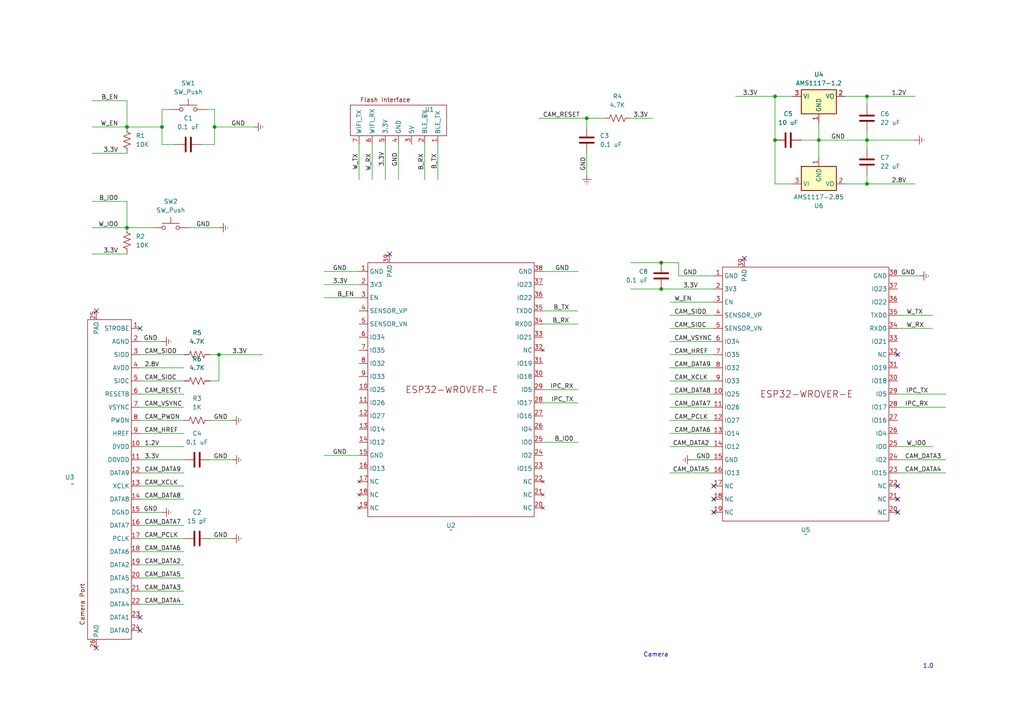
<source format=kicad_sch>
(kicad_sch (version 20231120) (generator "eeschema") (generator_version "8.0")
  (paper "A4")
  (lib_symbols
    (symbol "Camera_Components:Camera_Interface"
      (property "Reference" "U" (at 0 0 0))
      (symbol "Camera_Interface_0_1"
        (rectangle (start 5.08 97.79) (end 17.78 5.08))
      )
      (symbol "Camera_Interface_1_1"
        (text "Camera Port" (at 3.556 15.24 900) (effects (font (size 1.27 1.27))))
        (pin bidirectional line (at 20.32 95.25 180) (length 2.54) (name "STROBE") (number "1"))
        (pin bidirectional line (at 20.32 60.96 180) (length 2.54) (name "DVDD") (number "10"))
        (pin bidirectional line (at 20.32 57.15 180) (length 2.54) (name "DOVDD") (number "11"))
        (pin bidirectional line (at 20.32 53.34 180) (length 2.54) (name "DATA9") (number "12"))
        (pin bidirectional line (at 20.32 49.53 180) (length 2.54) (name "XCLK") (number "13"))
        (pin bidirectional line (at 20.32 45.72 180) (length 2.54) (name "DATA8") (number "14"))
        (pin bidirectional line (at 20.32 41.91 180) (length 2.54) (name "DGND") (number "15"))
        (pin bidirectional line (at 20.32 38.1 180) (length 2.54) (name "DATA7") (number "16"))
        (pin bidirectional line (at 20.32 34.29 180) (length 2.54) (name "PCLK") (number "17"))
        (pin bidirectional line (at 20.32 30.48 180) (length 2.54) (name "DATA6") (number "18"))
        (pin bidirectional line (at 20.32 26.67 180) (length 2.54) (name "DATA2") (number "19"))
        (pin bidirectional line (at 20.32 91.44 180) (length 2.54) (name "AGND") (number "2"))
        (pin bidirectional line (at 20.32 22.86 180) (length 2.54) (name "DATA5") (number "20"))
        (pin bidirectional line (at 20.32 19.05 180) (length 2.54) (name "DATA3") (number "21"))
        (pin bidirectional line (at 20.32 15.24 180) (length 2.54) (name "DATA4") (number "22"))
        (pin bidirectional line (at 20.32 11.43 180) (length 2.54) (name "DATA1") (number "23"))
        (pin bidirectional line (at 20.32 7.62 180) (length 2.54) (name "DATA0") (number "24"))
        (pin bidirectional line (at 7.62 100.33 270) (length 2.54) (name "PAD") (number "25"))
        (pin bidirectional line (at 7.62 2.54 90) (length 2.54) (name "PAD") (number "26"))
        (pin bidirectional line (at 20.32 87.63 180) (length 2.54) (name "SIOD") (number "3"))
        (pin bidirectional line (at 20.32 83.82 180) (length 2.54) (name "AVDD") (number "4"))
        (pin bidirectional line (at 20.32 80.01 180) (length 2.54) (name "SIOC") (number "5"))
        (pin bidirectional line (at 20.32 76.2 180) (length 2.54) (name "RESETB") (number "6"))
        (pin bidirectional line (at 20.32 72.39 180) (length 2.54) (name "VSYNC") (number "7"))
        (pin bidirectional line (at 20.32 68.58 180) (length 2.54) (name "PWDN") (number "8"))
        (pin bidirectional line (at 20.32 64.77 180) (length 2.54) (name "HREF") (number "9"))
      )
    )
    (symbol "Camera_Components:Flash_Interface"
      (property "Reference" "U" (at 0 0 0))
      (symbol "Flash_Interface_0_1"
        (rectangle (start 5.08 33.02) (end 13.97 5.08))
      )
      (symbol "Flash_Interface_1_1"
        (text "Flash Interface" (at 3.556 15.24 900) (effects (font (size 1.27 1.27))))
        (pin input line (at 16.51 30.48 180) (length 2.54) (name "BLE_TX") (number "1"))
        (pin input line (at 16.51 26.67 180) (length 2.54) (name "BLE_RX") (number "2"))
        (pin power_in line (at 16.51 22.86 180) (length 2.54) (name "5V") (number "3"))
        (pin input line (at 16.51 19.05 180) (length 2.54) (name "GND") (number "4"))
        (pin power_in line (at 16.51 15.24 180) (length 2.54) (name "3.3V") (number "5"))
        (pin input line (at 16.51 11.43 180) (length 2.54) (name "WIFI_RX") (number "6"))
        (pin input line (at 16.51 7.62 180) (length 2.54) (name "WIFI_TX") (number "7"))
      )
    )
    (symbol "Camera_Components:esp32-wrover-e"
      (property "Reference" "U" (at 0 0 0))
      (symbol "esp32-wrover-e_0_1"
        (rectangle (start 17.78 81.28) (end 66.04 7.62))
      )
      (symbol "esp32-wrover-e_1_1"
        (text "ESP32-WROVER-E" (at 42.164 44.45 0) (effects (font (size 1.905 1.905))))
        (pin input line (at 15.24 78.74 0) (length 2.54) (name "GND") (number "1"))
        (pin bidirectional line (at 15.24 44.45 0) (length 2.54) (name "IO25") (number "10"))
        (pin bidirectional line (at 15.24 40.64 0) (length 2.54) (name "IO26") (number "11"))
        (pin bidirectional line (at 15.24 36.83 0) (length 2.54) (name "IO27") (number "12"))
        (pin bidirectional line (at 15.24 33.02 0) (length 2.54) (name "IO14") (number "13"))
        (pin bidirectional line (at 15.24 29.21 0) (length 2.54) (name "IO12") (number "14"))
        (pin input line (at 15.24 25.4 0) (length 2.54) (name "GND") (number "15"))
        (pin bidirectional line (at 15.24 21.59 0) (length 2.54) (name "IO13") (number "16"))
        (pin no_connect line (at 15.24 17.78 0) (length 2.54) (name "NC") (number "17"))
        (pin no_connect line (at 15.24 13.97 0) (length 2.54) (name "NC") (number "18"))
        (pin no_connect line (at 15.24 10.16 0) (length 2.54) (name "NC") (number "19"))
        (pin power_in line (at 15.24 74.93 0) (length 2.54) (name "3V3") (number "2"))
        (pin no_connect line (at 68.58 10.16 180) (length 2.54) (name "NC") (number "20"))
        (pin no_connect line (at 68.58 13.97 180) (length 2.54) (name "NC") (number "21"))
        (pin no_connect line (at 68.58 17.78 180) (length 2.54) (name "NC") (number "22"))
        (pin bidirectional line (at 68.58 21.59 180) (length 2.54) (name "IO15") (number "23"))
        (pin bidirectional line (at 68.58 25.4 180) (length 2.54) (name "IO2") (number "24"))
        (pin bidirectional line (at 68.58 29.21 180) (length 2.54) (name "IO0") (number "25"))
        (pin bidirectional line (at 68.58 33.02 180) (length 2.54) (name "IO4") (number "26"))
        (pin bidirectional line (at 68.58 36.83 180) (length 2.54) (name "IO16") (number "27"))
        (pin bidirectional line (at 68.58 40.64 180) (length 2.54) (name "IO17") (number "28"))
        (pin bidirectional line (at 68.58 44.45 180) (length 2.54) (name "IO5") (number "29"))
        (pin input line (at 15.24 71.12 0) (length 2.54) (name "EN") (number "3"))
        (pin bidirectional line (at 68.58 48.26 180) (length 2.54) (name "IO18") (number "30"))
        (pin bidirectional line (at 68.58 52.07 180) (length 2.54) (name "IO19") (number "31"))
        (pin no_connect line (at 68.58 55.88 180) (length 2.54) (name "NC") (number "32"))
        (pin bidirectional line (at 68.58 59.69 180) (length 2.54) (name "IO21") (number "33"))
        (pin input line (at 68.58 63.5 180) (length 2.54) (name "RXD0") (number "34"))
        (pin output line (at 68.58 67.31 180) (length 2.54) (name "TXD0") (number "35"))
        (pin bidirectional line (at 68.58 71.12 180) (length 2.54) (name "IO22") (number "36"))
        (pin bidirectional line (at 68.58 74.93 180) (length 2.54) (name "IO23") (number "37"))
        (pin input line (at 68.58 78.74 180) (length 2.54) (name "GND") (number "38"))
        (pin bidirectional line (at 24.13 83.82 270) (length 2.54) (name "PAD") (number "39"))
        (pin input line (at 15.24 67.31 0) (length 2.54) (name "SENSOR_VP") (number "4"))
        (pin input line (at 15.24 63.5 0) (length 2.54) (name "SENSOR_VN") (number "5"))
        (pin bidirectional line (at 15.24 59.69 0) (length 2.54) (name "IO34") (number "6"))
        (pin bidirectional line (at 15.24 55.88 0) (length 2.54) (name "IO35") (number "7"))
        (pin bidirectional line (at 15.24 52.07 0) (length 2.54) (name "IO32") (number "8"))
        (pin bidirectional line (at 15.24 48.26 0) (length 2.54) (name "IO33") (number "9"))
      )
    )
    (symbol "Device:C" (pin_numbers hide) (pin_names (offset 0.254))
      (property "Reference" "C" (at 0.635 2.54 0))
      (property "Value" "C" (at 0.635 -2.54 0))
      (symbol "C_0_1"
        (polyline (pts (xy -2.032 -0.762) (xy 2.032 -0.762)) (stroke (width 0.508)))
        (polyline (pts (xy -2.032 0.762) (xy 2.032 0.762)) (stroke (width 0.508)))
      )
      (symbol "C_1_1"
        (pin passive line (at 0 3.81 270) (length 2.794) (name "~") (number "1"))
        (pin passive line (at 0 -3.81 90) (length 2.794) (name "~") (number "2"))
      )
    )
    (symbol "Device:R_US" (pin_numbers hide) (pin_names (offset 0))
      (property "Reference" "R" (at 2.54 0 90))
      (property "Value" "R_US" (at -2.54 0 90))
      (symbol "R_US_0_1"
        (polyline (pts (xy 0 -2.286) (xy 0 -2.54)))
        (polyline (pts (xy 0 2.286) (xy 0 2.54)))
        (polyline (pts (xy 0 -0.762) (xy 1.016 -1.143) (xy 0 -1.524) (xy -1.016 -1.905) (xy 0 -2.286)))
        (polyline (pts (xy 0 0.762) (xy 1.016 0.381) (xy 0 0) (xy -1.016 -0.381) (xy 0 -0.762)))
        (polyline (pts (xy 0 2.286) (xy 1.016 1.905) (xy 0 1.524) (xy -1.016 1.143) (xy 0 0.762)))
      )
      (symbol "R_US_1_1"
        (pin passive line (at 0 3.81 270) (length 1.27) (name "~") (number "1"))
        (pin passive line (at 0 -3.81 90) (length 1.27) (name "~") (number "2"))
      )
    )
    (symbol "Regulator_Linear:AMS1117-1.5"
      (property "Reference" "U" (at -3.81 3.175 0))
      (property "Value" "AMS1117-1.5" (at 0 3.175 0))
      (symbol "AMS1117-1.5_0_1"
        (rectangle (start -5.08 -5.08) (end 5.08 1.905) (stroke (width 0.254)) (fill (type background)))
      )
      (symbol "AMS1117-1.5_1_1"
        (pin power_in line (at 0 -7.62 90) (length 2.54) (name "GND") (number "1"))
        (pin power_out line (at 7.62 0 180) (length 2.54) (name "VO") (number "2"))
        (pin power_in line (at -7.62 0 0) (length 2.54) (name "VI") (number "3"))
      )
    )
    (symbol "Regulator_Linear:AMS1117-2.85"
      (property "Reference" "U" (at -3.81 3.175 0))
      (property "Value" "AMS1117-2.85" (at 0 3.175 0))
      (symbol "AMS1117-2.85_0_1"
        (rectangle (start -5.08 -5.08) (end 5.08 1.905) (stroke (width 0.254)) (fill (type background)))
      )
      (symbol "AMS1117-2.85_1_1"
        (pin power_in line (at 0 -7.62 90) (length 2.54) (name "GND") (number "1"))
        (pin power_out line (at 7.62 0 180) (length 2.54) (name "VO") (number "2"))
        (pin power_in line (at -7.62 0 0) (length 2.54) (name "VI") (number "3"))
      )
    )
    (symbol "Switch:SW_Push" (pin_numbers hide) (pin_names (offset 1.016) hide)
      (property "Reference" "SW" (at 1.27 2.54 0))
      (property "Value" "SW_Push" (at 0 -1.524 0))
      (symbol "SW_Push_0_1"
        (circle (center -2.032 0) (radius 0.508))
        (polyline (pts (xy 0 1.27) (xy 0 3.048)))
        (polyline (pts (xy 2.54 1.27) (xy -2.54 1.27)))
        (circle (center 2.032 0) (radius 0.508))
        (pin passive line (at -5.08 0 0) (length 2.54) (name "1") (number "1"))
        (pin passive line (at 5.08 0 180) (length 2.54) (name "2") (number "2"))
      )
    )
    (symbol "power:GNDREF" (power) (pin_numbers hide) (pin_names (offset 0) hide)
      (property "Value" "GNDREF" (at 0 -3.81 0))
      (symbol "GNDREF_0_1"
        (polyline (pts (xy -0.635 -1.905) (xy 0.635 -1.905)))
        (polyline (pts (xy -0.127 -2.54) (xy 0.127 -2.54)))
        (polyline (pts (xy 0 -1.27) (xy 0 0)))
        (polyline (pts (xy 1.27 -1.27) (xy -1.27 -1.27)))
      )
      (symbol "GNDREF_1_1"
        (pin power_in line (at 0 0 270) (length 0) (name "~") (number "1"))
      )
    )
  )
  (junction (at 191.77 83.82))
  (junction (at 36.83 36.83))
  (junction (at 191.77 76.2))
  (junction (at 251.46 27.94))
  (junction (at 46.99 36.83))
  (junction (at 237.49 40.64))
  (junction (at 224.79 40.64))
  (junction (at 224.79 27.94))
  (junction (at 36.83 66.04))
  (junction (at 170.18 34.29))
  (junction (at 251.46 53.34))
  (junction (at 63.5 102.87))
  (junction (at 251.46 40.64))
  (junction (at 62.23 36.83))
  (no_connect (at 27.94 187.96))
  (no_connect (at 113.03 73.66))
  (no_connect (at 260.35 102.87))
  (no_connect (at 207.01 144.78))
  (no_connect (at 215.9 74.93))
  (no_connect (at 40.64 182.88))
  (no_connect (at 40.64 95.25))
  (no_connect (at 207.01 148.59))
  (no_connect (at 260.35 144.78))
  (no_connect (at 27.94 90.17))
  (no_connect (at 260.35 148.59))
  (no_connect (at 207.01 140.97))
  (no_connect (at 260.35 140.97))
  (no_connect (at 40.64 179.07))
  (wire (pts (xy 26.67 66.04) (xy 36.83 66.04)))
  (wire (pts (xy 40.64 102.87) (xy 53.34 102.87)))
  (wire (pts (xy 224.79 27.94) (xy 229.87 27.94)))
  (wire (pts (xy 93.98 82.55) (xy 104.14 82.55)))
  (wire (pts (xy 251.46 38.1) (xy 251.46 40.64)))
  (wire (pts (xy 170.18 50.8) (xy 170.18 44.45)))
  (wire (pts (xy 191.77 83.82) (xy 207.01 83.82)))
  (wire (pts (xy 60.96 110.49) (xy 63.5 110.49)))
  (wire (pts (xy 46.99 36.83) (xy 46.99 41.91)))
  (wire (pts (xy 200.66 133.35) (xy 207.01 133.35)))
  (wire (pts (xy 157.48 128.27) (xy 167.64 128.27)))
  (wire (pts (xy 50.8 41.91) (xy 46.99 41.91)))
  (wire (pts (xy 260.35 91.44) (xy 270.51 91.44)))
  (wire (pts (xy 46.99 99.06) (xy 40.64 99.06)))
  (wire (pts (xy 53.34 121.92) (xy 40.64 121.92)))
  (wire (pts (xy 40.64 114.3) (xy 53.34 114.3)))
  (wire (pts (xy 260.35 133.35) (xy 274.32 133.35)))
  (wire (pts (xy 194.3268 125.73) (xy 207.01 125.73)))
  (wire (pts (xy 62.23 41.91) (xy 62.23 36.83)))
  (wire (pts (xy 189.23 34.29) (xy 182.88 34.29)))
  (wire (pts (xy 194.31 87.63) (xy 207.01 87.63)))
  (wire (pts (xy 40.64 140.97) (xy 53.34 140.97)))
  (wire (pts (xy 251.46 27.94) (xy 265.43 27.94)))
  (wire (pts (xy 40.64 171.45) (xy 53.34 171.45)))
  (wire (pts (xy 207.01 137.16) (xy 194.31 137.16)))
  (wire (pts (xy 260.35 114.3) (xy 274.32 114.3)))
  (wire (pts (xy 196.85 80.01) (xy 207.01 80.01)))
  (wire (pts (xy 40.64 163.83) (xy 53.34 163.83)))
  (wire (pts (xy 58.42 41.91) (xy 62.23 41.91)))
  (wire (pts (xy 260.35 95.25) (xy 270.51 95.25)))
  (wire (pts (xy 26.67 36.83) (xy 36.83 36.83)))
  (wire (pts (xy 111.76 41.91) (xy 111.76 52.07)))
  (wire (pts (xy 54.61 66.04) (xy 63.5 66.04)))
  (wire (pts (xy 104.14 41.91) (xy 104.14 52.07)))
  (wire (pts (xy 194.31 110.49) (xy 207.01 110.49)))
  (wire (pts (xy 157.48 90.17) (xy 167.64 90.17)))
  (wire (pts (xy 63.5 102.87) (xy 76.2 102.87)))
  (wire (pts (xy 60.96 102.87) (xy 63.5 102.87)))
  (wire (pts (xy 194.31 102.87) (xy 207.01 102.87)))
  (wire (pts (xy 207.01 129.54) (xy 194.31 129.54)))
  (wire (pts (xy 40.64 144.78) (xy 53.34 144.78)))
  (wire (pts (xy 260.35 129.54) (xy 270.51 129.54)))
  (wire (pts (xy 36.83 58.42) (xy 36.83 66.04)))
  (wire (pts (xy 59.69 31.75) (xy 62.23 31.75)))
  (wire (pts (xy 40.64 148.59) (xy 46.99 148.59)))
  (wire (pts (xy 67.31 156.21) (xy 60.96 156.21)))
  (wire (pts (xy 156.21 34.29) (xy 170.18 34.29)))
  (wire (pts (xy 40.64 133.35) (xy 53.34 133.35)))
  (wire (pts (xy 36.83 36.83) (xy 46.99 36.83)))
  (wire (pts (xy 62.23 31.75) (xy 62.23 36.83)))
  (wire (pts (xy 36.83 66.04) (xy 44.45 66.04)))
  (wire (pts (xy 237.49 40.64) (xy 251.46 40.64)))
  (wire (pts (xy 194.31 114.3) (xy 207.01 114.3)))
  (wire (pts (xy 93.98 78.74) (xy 104.14 78.74)))
  (wire (pts (xy 36.83 29.21) (xy 36.83 36.83)))
  (wire (pts (xy 191.77 76.2) (xy 196.85 76.2)))
  (wire (pts (xy 194.31 118.11) (xy 207.01 118.11)))
  (wire (pts (xy 182.88 83.82) (xy 191.77 83.82)))
  (wire (pts (xy 26.67 58.42) (xy 36.83 58.42)))
  (wire (pts (xy 170.18 34.29) (xy 175.26 34.29)))
  (wire (pts (xy 194.31 106.68) (xy 207.01 106.68)))
  (wire (pts (xy 194.31 99.06) (xy 207.01 99.06)))
  (wire (pts (xy 67.31 133.35) (xy 60.96 133.35)))
  (wire (pts (xy 40.64 152.4) (xy 53.34 152.4)))
  (wire (pts (xy 224.79 40.64) (xy 224.79 53.34)))
  (wire (pts (xy 46.99 31.75) (xy 46.99 36.83)))
  (wire (pts (xy 67.31 121.92) (xy 60.96 121.92)))
  (wire (pts (xy 40.64 110.49) (xy 53.34 110.49)))
  (wire (pts (xy 40.64 137.16) (xy 53.34 137.16)))
  (wire (pts (xy 266.7 80.01) (xy 260.35 80.01)))
  (wire (pts (xy 26.67 44.45) (xy 36.83 44.45)))
  (wire (pts (xy 224.79 27.94) (xy 224.79 40.64)))
  (wire (pts (xy 63.5 110.49) (xy 63.5 102.87)))
  (wire (pts (xy 40.64 156.21) (xy 53.34 156.21)))
  (wire (pts (xy 157.48 78.74) (xy 167.64 78.74)))
  (wire (pts (xy 127 41.91) (xy 127 52.07)))
  (wire (pts (xy 237.49 35.56) (xy 237.49 40.64)))
  (wire (pts (xy 62.23 36.83) (xy 73.66 36.83)))
  (wire (pts (xy 26.67 73.66) (xy 36.83 73.66)))
  (wire (pts (xy 260.35 118.11) (xy 274.32 118.11)))
  (wire (pts (xy 251.46 40.64) (xy 265.43 40.64)))
  (wire (pts (xy 251.46 27.94) (xy 251.46 30.48)))
  (wire (pts (xy 157.48 93.98) (xy 167.64 93.98)))
  (wire (pts (xy 40.64 175.26) (xy 53.34 175.26)))
  (wire (pts (xy 107.95 41.91) (xy 107.95 52.07)))
  (wire (pts (xy 194.31 91.44) (xy 207.01 91.44)))
  (wire (pts (xy 251.46 53.34) (xy 265.43 53.34)))
  (wire (pts (xy 251.46 50.8) (xy 251.46 53.34)))
  (wire (pts (xy 93.98 132.08) (xy 104.14 132.08)))
  (wire (pts (xy 245.11 53.34) (xy 251.46 53.34)))
  (wire (pts (xy 170.18 34.29) (xy 170.18 36.83)))
  (wire (pts (xy 182.88 76.2) (xy 191.77 76.2)))
  (wire (pts (xy 40.64 118.11) (xy 53.34 118.11)))
  (wire (pts (xy 40.64 106.68) (xy 53.34 106.68)))
  (wire (pts (xy 237.49 40.64) (xy 237.49 45.72)))
  (wire (pts (xy 40.64 129.54) (xy 53.34 129.54)))
  (wire (pts (xy 26.67 29.21) (xy 36.83 29.21)))
  (wire (pts (xy 213.36 27.94) (xy 224.79 27.94)))
  (wire (pts (xy 157.48 113.03) (xy 167.64 113.03)))
  (wire (pts (xy 232.41 40.64) (xy 237.49 40.64)))
  (wire (pts (xy 245.11 27.94) (xy 251.46 27.94)))
  (wire (pts (xy 40.64 160.02) (xy 53.34 160.02)))
  (wire (pts (xy 93.98 86.36) (xy 104.14 86.36)))
  (wire (pts (xy 115.57 41.91) (xy 115.57 52.07)))
  (wire (pts (xy 260.35 137.16) (xy 274.32 137.16)))
  (wire (pts (xy 40.64 167.64) (xy 53.34 167.64)))
  (wire (pts (xy 251.46 40.64) (xy 251.46 43.18)))
  (wire (pts (xy 194.31 95.25) (xy 207.01 95.25)))
  (wire (pts (xy 167.64 116.84) (xy 157.48 116.84)))
  (wire (pts (xy 196.85 80.01) (xy 196.85 76.2)))
  (wire (pts (xy 40.64 125.73) (xy 53.34 125.73)))
  (wire (pts (xy 194.31 121.92) (xy 207.01 121.92)))
  (wire (pts (xy 224.79 53.34) (xy 229.87 53.34)))
  (wire (pts (xy 46.99 31.75) (xy 49.53 31.75)))
  (wire (pts (xy 123.19 41.91) (xy 123.19 52.07)))
  (text "Camera" (at 190.246 189.992 0) (effects (font (size 1.27 1.27))))
  (text "1.0" (at 269.24 193.294 0) (effects (font (size 1.27 1.27))))
  (label "W_EN" (at 200.66 87.63 180))
  (label "1.2V" (at 262.89 27.94 180))
  (label "3.3V" (at 219.71 27.94 180))
  (label "CAM_PCLK" (at 41.8932 156.21 0))
  (label "IPC_RX" (at 166.37 113.03 180))
  (label "3.3V" (at 34.29 73.66 180))
  (label "W_RX" (at 262.89 95.25 0))
  (label "B_EN" (at 34.29 29.21 180))
  (label "CAM_DATA8" (at 41.91 144.78 0))
  (label "GND" (at 198.12 80.01 0))
  (label "CAM_DATA7" (at 41.91 152.4 0))
  (label "CAM_DATA9" (at 195.58 106.68 0))
  (label "CAM_DATA3" (at 41.91 171.45 0))
  (label "IPC_RX" (at 269.24 118.11 180))
  (label "CAM_DATA4" (at 273.05 137.16 180))
  (label "CAM_RESET" (at 41.8932 114.3 0))
  (label "CAM_DATA2" (at 205.74 129.54 180))
  (label "W_IO0" (at 262.89 129.54 0))
  (label "CAM_DATA4" (at 41.91 175.26 0))
  (label "GND" (at 265.43 80.01 180))
  (label "CAM_XCLK" (at 195.5632 110.49 0))
  (label "B_TX" (at 127 44.45 270))
  (label "CAM_DATA7" (at 195.58 118.11 0))
  (label "CAM_DATA5" (at 41.91 167.64 0))
  (label "CAM_PCLK" (at 195.5632 121.92 0))
  (label "W_EN" (at 34.29 36.83 180))
  (label "B_TX" (at 165.1 90.17 180))
  (label "GND" (at 115.57 48.26 90))
  (label "CAM_SIOC" (at 195.5632 95.25 0))
  (label "IPC_TX" (at 166.37 116.84 180))
  (label "GND" (at 66.04 121.92 180))
  (label "CAM_DATA6" (at 195.58 125.73 0))
  (label "GND" (at 96.52 132.08 0))
  (label "CAM_RESET" (at 157.4632 34.29 0))
  (label "2.8V" (at 41.91 106.68 0))
  (label "B_IO0" (at 166.37 128.27 180))
  (label "GND" (at 170.18 49.53 90))
  (label "CAM_SIOC" (at 41.8932 110.49 0))
  (label "CAM_SIOD" (at 195.5632 91.44 0))
  (label "3.3V" (at 96.52 82.55 0))
  (label "GND" (at 45.72 99.06 180))
  (label "GND" (at 71.12 36.83 180))
  (label "3.3V" (at 187.96 34.29 180))
  (label "B_RX" (at 165.1 93.98 180))
  (label "CAM_DATA8" (at 195.58 114.3 0))
  (label "B_RX" (at 123.19 44.45 270))
  (label "CAM_PWDN" (at 41.91 121.92 0))
  (label "1.2V" (at 41.91 129.54 0))
  (label "CAM_VSYNC" (at 41.8932 118.11 0))
  (label "GND" (at 66.04 133.35 180))
  (label "CAM_DATA3" (at 273.05 133.35 180))
  (label "3.3V" (at 198.12 83.82 0))
  (label "GND" (at 45.72 148.59 180))
  (label "B_EN" (at 97.79 86.36 0))
  (label "CAM_DATA5" (at 205.74 137.16 180))
  (label "CAM_VSYNC" (at 195.5632 99.06 0))
  (label "B_IO0" (at 34.29 58.42 180))
  (label "GND" (at 60.96 66.04 180))
  (label "CAM_DATA6" (at 41.8932 160.02 0))
  (label "CAM_SIOD" (at 41.8932 102.87 0))
  (label "2.8V" (at 262.89 53.34 180))
  (label "3.3V" (at 67.31 102.87 0))
  (label "GND" (at 96.52 78.74 0))
  (label "3.3V" (at 111.76 48.26 90))
  (label "W_TX" (at 262.89 91.44 0))
  (label "GND" (at 201.93 133.35 0))
  (label "W_RX" (at 107.95 44.45 270))
  (label "CAM_HREF" (at 41.8932 125.73 0))
  (label "CAM_DATA2" (at 41.91 163.83 0))
  (label "W_TX" (at 104.14 44.45 270))
  (label "3.3V" (at 34.29 44.45 180))
  (label "3.3V" (at 41.91 133.35 0))
  (label "GND" (at 66.04 156.21 180))
  (label "IPC_TX" (at 269.24 114.3 180))
  (label "W_IO0" (at 34.29 66.04 180))
  (label "GND" (at 245.11 40.64 180))
  (label "GND" (at 165.1 78.74 180))
  (label "CAM_XCLK" (at 41.8932 140.97 0))
  (label "CAM_HREF" (at 195.58 102.87 0))
  (label "CAM_DATA9" (at 41.91 137.16 0))
  (symbol (lib_id "Device:R_US") (at 57.15 102.87 270) (unit 1)
    (property "Reference" "R5" (at 57.15 96.52 90))
    (property "Value" "4.7K" (at 57.15 99.06 90))
    (property "Footprint" "Resistor_SMD:R_1206_3216Metric_Pad1.30x1.75mm_HandSolder" (effects (hide yes)))
    (property "Description" "Resistor, US symbol" (effects (hide yes)))
  )
  (symbol (lib_id "Device:C") (at 228.6 40.64 90) (unit 1)
    (property "Reference" "C5" (at 228.6 33.02 90))
    (property "Value" "10 uF" (at 228.6 35.56 90))
    (property "Footprint" "Capacitor_SMD:C_1206_3216Metric_Pad1.33x1.80mm_HandSolder" (effects (hide yes)))
    (property "Description" "Unpolarized capacitor" (effects (hide yes)))
  )
  (symbol (lib_id "Device:C") (at 54.61 41.91 90) (unit 1)
    (property "Reference" "C1" (at 54.61 34.29 90))
    (property "Value" "0.1 uF" (at 54.61 36.83 90))
    (property "Footprint" "Capacitor_SMD:C_1206_3216Metric_Pad1.33x1.80mm_HandSolder" (effects (hide yes)))
    (property "Description" "Unpolarized capacitor" (effects (hide yes)))
  )
  (symbol (lib_id "power:GNDREF") (at 200.66 133.35 270) (unit 1)
    (property "Reference" "#PWR03" (effects (hide yes)))
    (property "Value" "GNDREF" (effects (hide yes)))
    (property "Description" "Power symbol creates a global label with name \"GNDREF\" , reference supply ground" (effects (hide yes)))
  )
  (symbol (lib_id "Camera_Components:esp32-wrover-e") (at 191.77 158.75 0) (unit 1)
    (property "Reference" "U5" (at 233.68 153.67 0))
    (property "Value" "~" (at 233.68 154.94 0))
    (property "Footprint" "PCM_Espressif:ESP32-WROVER-E" (effects (hide yes)))
  )
  (symbol (lib_id "Switch:SW_Push") (at 49.53 66.04 0) (unit 1)
    (property "Reference" "SW2" (at 49.53 58.42 0))
    (property "Value" "SW_Push" (at 49.53 60.96 0))
    (property "Footprint" "Camera_Components:6x6x4.3 SMD button" (effects (hide yes)))
    (property "Description" "Push button switch, generic, two pins" (effects (hide yes)))
  )
  (symbol (lib_id "power:GNDREF") (at 170.18 50.8 0) (unit 1)
    (property "Reference" "#PWR012" (effects (hide yes)))
    (property "Value" "GNDREF" (effects (hide yes)))
    (property "Description" "Power symbol creates a global label with name \"GNDREF\" , reference supply ground" (effects (hide yes)))
  )
  (symbol (lib_id "power:GNDREF") (at 67.31 156.21 90) (unit 1)
    (property "Reference" "#PWR08" (effects (hide yes)))
    (property "Value" "GNDREF" (effects (hide yes)))
    (property "Description" "Power symbol creates a global label with name \"GNDREF\" , reference supply ground" (effects (hide yes)))
  )
  (symbol (lib_id "power:GNDREF") (at 67.31 121.92 90) (unit 1)
    (property "Reference" "#PWR06" (effects (hide yes)))
    (property "Value" "GNDREF" (effects (hide yes)))
    (property "Description" "Power symbol creates a global label with name \"GNDREF\" , reference supply ground" (effects (hide yes)))
  )
  (symbol (lib_id "Regulator_Linear:AMS1117-1.5") (at 237.49 27.94 0) (unit 1)
    (property "Reference" "U4" (at 237.49 21.59 0))
    (property "Value" "AMS1117-1.2" (at 237.49 24.13 0))
    (property "Footprint" "Package_TO_SOT_SMD:SOT-223-3_TabPin2" (effects (hide yes)))
    (property "Datasheet" "http://www.advanced-monolithic.com/pdf/ds1117.pdf" (effects (hide yes)))
    (property "Description" "1A Low Dropout regulator, positive, 1.5V fixed output, SOT-223" (effects (hide yes)))
  )
  (symbol (lib_id "power:GNDREF") (at 46.99 148.59 90) (unit 1)
    (property "Reference" "#PWR05" (effects (hide yes)))
    (property "Value" "GNDREF" (effects (hide yes)))
    (property "Description" "Power symbol creates a global label with name \"GNDREF\" , reference supply ground" (effects (hide yes)))
  )
  (symbol (lib_id "power:GNDREF") (at 266.7 80.01 90) (unit 1)
    (property "Reference" "#PWR04" (effects (hide yes)))
    (property "Value" "GNDREF" (effects (hide yes)))
    (property "Description" "Power symbol creates a global label with name \"GNDREF\" , reference supply ground" (effects (hide yes)))
  )
  (symbol (lib_id "Device:C") (at 57.15 156.21 90) (unit 1)
    (property "Reference" "C2" (at 57.15 148.59 90))
    (property "Value" "15 pF" (at 57.15 151.13 90))
    (property "Footprint" "Capacitor_SMD:C_1206_3216Metric_Pad1.33x1.80mm_HandSolder" (effects (hide yes)))
    (property "Description" "Unpolarized capacitor" (effects (hide yes)))
  )
  (symbol (lib_id "Device:C") (at 251.46 46.99 180) (unit 1)
    (property "Reference" "C7" (at 255.27 45.7199 0) (effects (justify right)))
    (property "Value" "22 uF" (at 255.27 48.2599 0) (effects (justify right)))
    (property "Footprint" "Capacitor_SMD:C_1206_3216Metric_Pad1.33x1.80mm_HandSolder" (effects (hide yes)))
    (property "Description" "Unpolarized capacitor" (effects (hide yes)))
  )
  (symbol (lib_id "power:GNDREF") (at 67.31 133.35 90) (unit 1)
    (property "Reference" "#PWR010" (effects (hide yes)))
    (property "Value" "GNDREF" (effects (hide yes)))
    (property "Description" "Power symbol creates a global label with name \"GNDREF\" , reference supply ground" (effects (hide yes)))
  )
  (symbol (lib_id "Device:C") (at 170.18 40.64 180) (unit 1)
    (property "Reference" "C3" (at 173.99 39.3699 0) (effects (justify right)))
    (property "Value" "0.1 uF" (at 173.99 41.9099 0) (effects (justify right)))
    (property "Footprint" "Capacitor_SMD:C_1206_3216Metric_Pad1.33x1.80mm_HandSolder" (effects (hide yes)))
    (property "Description" "Unpolarized capacitor" (effects (hide yes)))
  )
  (symbol (lib_id "Regulator_Linear:AMS1117-2.85") (at 237.49 53.34 0) (mirror x) (unit 1)
    (property "Reference" "U6" (at 237.49 59.69 0))
    (property "Value" "AMS1117-2.85" (at 237.49 57.15 0))
    (property "Footprint" "Package_TO_SOT_SMD:SOT-223-3_TabPin2" (effects (hide yes)))
    (property "Datasheet" "http://www.advanced-monolithic.com/pdf/ds1117.pdf" (effects (hide yes)))
    (property "Description" "1A Low Dropout regulator, positive, 2.85V fixed output, SOT-223" (effects (hide yes)))
  )
  (symbol (lib_id "Device:R_US") (at 36.83 69.85 0) (unit 1)
    (property "Reference" "R2" (at 39.37 68.5799 0) (effects (justify left)))
    (property "Value" "10K" (at 39.37 71.1199 0) (effects (justify left)))
    (property "Footprint" "Resistor_SMD:R_1206_3216Metric_Pad1.30x1.75mm_HandSolder" (effects (hide yes)))
    (property "Description" "Resistor, US symbol" (effects (hide yes)))
  )
  (symbol (lib_id "Camera_Components:Camera_Interface") (at 20.32 190.5 0) (unit 1)
    (property "Reference" "U3" (at 21.59 138.4299 0) (effects (justify right)))
    (property "Value" "~" (at 21.59 140.335 0) (effects (justify right)))
    (property "Footprint" "Camera_Components:24-pin-FPC-0.5mm" (effects (hide yes)))
  )
  (symbol (lib_id "power:GNDREF") (at 265.43 40.64 90) (unit 1)
    (property "Reference" "#PWR09" (effects (hide yes)))
    (property "Value" "GNDREF" (effects (hide yes)))
    (property "Description" "Power symbol creates a global label with name \"GNDREF\" , reference supply ground" (effects (hide yes)))
  )
  (symbol (lib_id "Device:R_US") (at 57.15 121.92 90) (unit 1)
    (property "Reference" "R3" (at 57.15 115.57 90))
    (property "Value" "1K" (at 57.15 118.11 90))
    (property "Footprint" "Resistor_SMD:R_1206_3216Metric_Pad1.30x1.75mm_HandSolder" (effects (hide yes)))
    (property "Description" "Resistor, US symbol" (effects (hide yes)))
  )
  (symbol (lib_id "Device:C") (at 251.46 34.29 180) (unit 1)
    (property "Reference" "C6" (at 255.27 33.0199 0) (effects (justify right)))
    (property "Value" "22 uF" (at 255.27 35.5599 0) (effects (justify right)))
    (property "Footprint" "Capacitor_SMD:C_1206_3216Metric_Pad1.33x1.80mm_HandSolder" (effects (hide yes)))
    (property "Description" "Unpolarized capacitor" (effects (hide yes)))
  )
  (symbol (lib_id "Device:C") (at 57.15 133.35 90) (unit 1)
    (property "Reference" "C4" (at 57.15 125.73 90))
    (property "Value" "0.1 uF" (at 57.15 128.27 90))
    (property "Footprint" "Capacitor_SMD:C_1206_3216Metric_Pad1.33x1.80mm_HandSolder" (effects (hide yes)))
    (property "Description" "Unpolarized capacitor" (effects (hide yes)))
  )
  (symbol (lib_id "power:GNDREF") (at 73.66 36.83 90) (unit 1)
    (property "Reference" "#PWR01" (effects (hide yes)))
    (property "Value" "GNDREF" (effects (hide yes)))
    (property "Description" "Power symbol creates a global label with name \"GNDREF\" , reference supply ground" (effects (hide yes)))
  )
  (symbol (lib_id "Camera_Components:Flash_Interface") (at 96.52 25.4 270) (unit 1)
    (property "Reference" "U1" (at 123.19 31.7471 90) (effects (justify left)))
    (property "Value" "~" (at 123.19 33.6522 90) (effects (justify left)))
    (property "Footprint" "Camera_Components:Flash_Interface" (effects (hide yes)))
  )
  (symbol (lib_id "Switch:SW_Push") (at 54.61 31.75 0) (unit 1)
    (property "Reference" "SW1" (at 54.61 24.13 0))
    (property "Value" "SW_Push" (at 54.61 26.67 0))
    (property "Footprint" "Camera_Components:6x6x4.3 SMD button" (effects (hide yes)))
    (property "Description" "Push button switch, generic, two pins" (effects (hide yes)))
  )
  (symbol (lib_id "Device:R_US") (at 179.07 34.29 90) (unit 1)
    (property "Reference" "R4" (at 179.07 27.94 90))
    (property "Value" "4.7K" (at 179.07 30.48 90))
    (property "Footprint" "Resistor_SMD:R_1206_3216Metric_Pad1.30x1.75mm_HandSolder" (effects (hide yes)))
    (property "Description" "Resistor, US symbol" (effects (hide yes)))
  )
  (symbol (lib_id "Camera_Components:esp32-wrover-e") (at 88.9 157.48 0) (unit 1)
    (property "Reference" "U2" (at 130.81 152.4 0))
    (property "Value" "~" (at 130.81 153.67 0))
    (property "Footprint" "PCM_Espressif:ESP32-WROVER-E" (effects (hide yes)))
  )
  (symbol (lib_id "Device:R_US") (at 57.15 110.49 270) (unit 1)
    (property "Reference" "R6" (at 57.15 104.14 90))
    (property "Value" "4.7K" (at 57.15 106.68 90))
    (property "Footprint" "Resistor_SMD:R_1206_3216Metric_Pad1.30x1.75mm_HandSolder" (effects (hide yes)))
    (property "Description" "Resistor, US symbol" (effects (hide yes)))
  )
  (symbol (lib_id "Device:C") (at 191.77 80.01 0) (mirror y) (unit 1)
    (property "Reference" "C8" (at 187.96 78.7399 0) (effects (justify left)))
    (property "Value" "0.1 uF" (at 187.96 81.2799 0) (effects (justify left)))
    (property "Footprint" "Capacitor_SMD:C_1206_3216Metric_Pad1.33x1.80mm_HandSolder" (effects (hide yes)))
    (property "Description" "Unpolarized capacitor" (effects (hide yes)))
  )
  (symbol (lib_id "power:GNDREF") (at 63.5 66.04 90) (unit 1)
    (property "Reference" "#PWR02" (effects (hide yes)))
    (property "Value" "GNDREF" (effects (hide yes)))
    (property "Description" "Power symbol creates a global label with name \"GNDREF\" , reference supply ground" (effects (hide yes)))
  )
  (symbol (lib_id "Device:R_US") (at 36.83 40.64 0) (unit 1)
    (property "Reference" "R1" (at 39.37 39.3699 0) (effects (justify left)))
    (property "Value" "10K" (at 39.37 41.9099 0) (effects (justify left)))
    (property "Footprint" "Resistor_SMD:R_1206_3216Metric_Pad1.30x1.75mm_HandSolder" (effects (hide yes)))
    (property "Description" "Resistor, US symbol" (effects (hide yes)))
  )
  (symbol (lib_id "power:GNDREF") (at 46.99 99.06 90) (unit 1)
    (property "Reference" "#PWR07" (effects (hide yes)))
    (property "Value" "GNDREF" (effects (hide yes)))
    (property "Description" "Power symbol creates a global label with name \"GNDREF\" , reference supply ground" (effects (hide yes)))
  )
)
</source>
